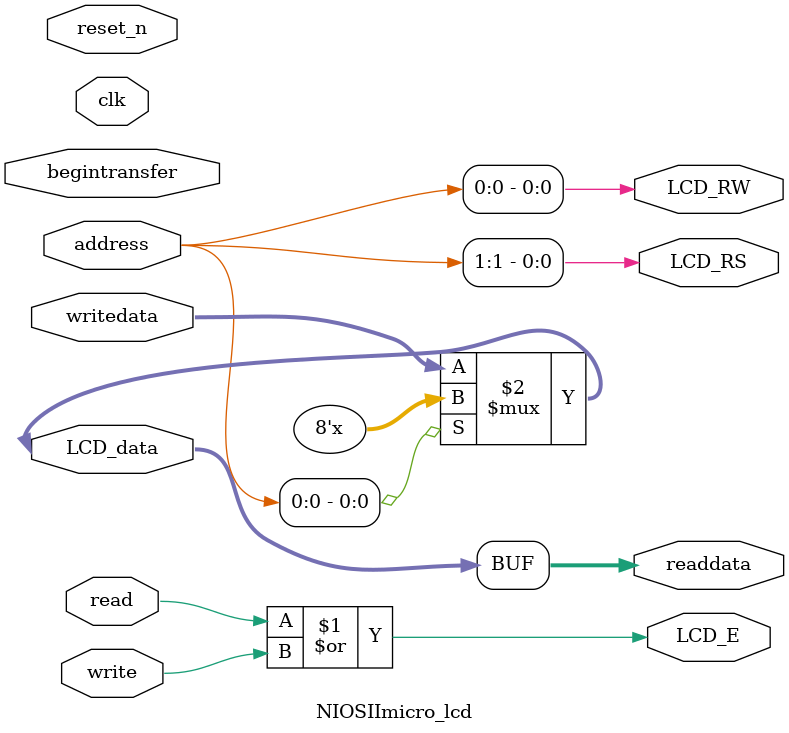
<source format=v>

`timescale 1ns / 1ps
// synthesis translate_on

// turn off superfluous verilog processor warnings 
// altera message_level Level1 
// altera message_off 10034 10035 10036 10037 10230 10240 10030 

module NIOSIImicro_lcd (
                         // inputs:
                          address,
                          begintransfer,
                          clk,
                          read,
                          reset_n,
                          write,
                          writedata,

                         // outputs:
                          LCD_E,
                          LCD_RS,
                          LCD_RW,
                          LCD_data,
                          readdata
                       )
;

  output           LCD_E;
  output           LCD_RS;
  output           LCD_RW;
  inout   [  7: 0] LCD_data;
  output  [  7: 0] readdata;
  input   [  1: 0] address;
  input            begintransfer;
  input            clk;
  input            read;
  input            reset_n;
  input            write;
  input   [  7: 0] writedata;

  wire             LCD_E;
  wire             LCD_RS;
  wire             LCD_RW;
  wire    [  7: 0] LCD_data;
  wire    [  7: 0] readdata;
  assign LCD_RW = address[0];
  assign LCD_RS = address[1];
  assign LCD_E = read | write;
  assign LCD_data = (address[0]) ? {8{1'bz}} : writedata;
  assign readdata = LCD_data;
  //control_slave, which is an e_avalon_slave

endmodule


</source>
